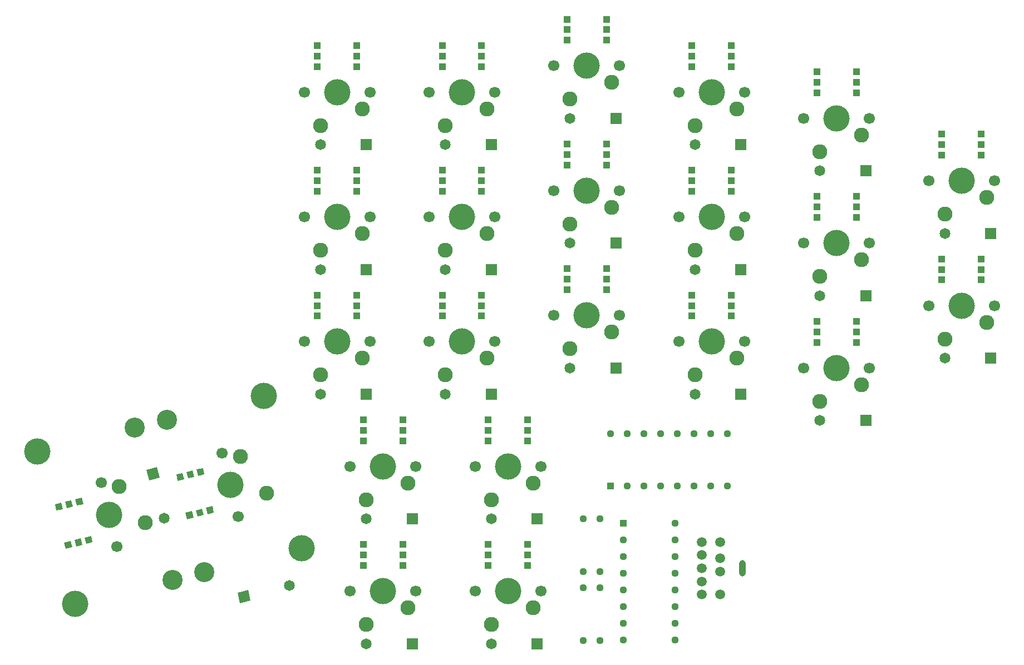
<source format=gbr>
%TF.GenerationSoftware,KiCad,Pcbnew,(5.1.10)-1*%
%TF.CreationDate,2021-06-29T07:08:46-05:00*%
%TF.ProjectId,RightHand,4d696e69-2e6b-4696-9361-645f70636258,rev?*%
%TF.SameCoordinates,Original*%
%TF.FileFunction,Soldermask,Bot*%
%TF.FilePolarity,Negative*%
%FSLAX46Y46*%
G04 Gerber Fmt 4.6, Leading zero omitted, Abs format (unit mm)*
G04 Created by KiCad (PCBNEW (5.1.10)-1) date 2021-06-29 07:08:46*
%MOMM*%
%LPD*%
G01*
G04 APERTURE LIST*
%ADD10C,3.050000*%
%ADD11C,4.000000*%
%ADD12C,1.700000*%
%ADD13C,2.286000*%
%ADD14C,1.651000*%
%ADD15C,0.100000*%
%ADD16R,1.651000X1.651000*%
%ADD17R,1.000000X1.000000*%
%ADD18C,1.130000*%
%ADD19C,1.500000*%
%ADD20O,1.000000X2.500000*%
%ADD21R,1.130000X1.130000*%
G04 APERTURE END LIST*
D10*
%TO.C,KT2_2*%
X74936629Y-87772009D03*
X69240450Y-64581322D03*
D11*
X60136543Y-91407259D03*
X54440364Y-68216572D03*
X65290600Y-77846400D03*
D12*
X66483267Y-82702071D03*
X64097933Y-72990729D03*
D13*
X66848469Y-73540503D03*
X70829837Y-79101331D03*
D14*
X73665549Y-78404813D03*
D15*
G36*
X72994396Y-72211635D02*
G01*
X71391053Y-72605454D01*
X70997234Y-71002111D01*
X72600577Y-70608292D01*
X72994396Y-72211635D01*
G37*
G36*
X59715981Y-82819690D02*
G01*
X58744847Y-83058224D01*
X58506313Y-82087090D01*
X59477447Y-81848556D01*
X59715981Y-82819690D01*
G37*
G36*
X61269796Y-82438037D02*
G01*
X60298662Y-82676571D01*
X60060128Y-81705437D01*
X61031262Y-81466903D01*
X61269796Y-82438037D01*
G37*
G36*
X62823611Y-82056383D02*
G01*
X61852477Y-82294917D01*
X61613943Y-81323783D01*
X62585077Y-81085249D01*
X62823611Y-82056383D01*
G37*
G36*
X58284780Y-76992885D02*
G01*
X57313646Y-77231419D01*
X57075112Y-76260285D01*
X58046246Y-76021751D01*
X58284780Y-76992885D01*
G37*
G36*
X59838595Y-76611231D02*
G01*
X58867461Y-76849765D01*
X58628927Y-75878631D01*
X59600061Y-75640097D01*
X59838595Y-76611231D01*
G37*
G36*
X61392410Y-76229578D02*
G01*
X60421276Y-76468112D01*
X60182742Y-75496978D01*
X61153876Y-75258444D01*
X61392410Y-76229578D01*
G37*
%TD*%
D11*
%TO.C,KT2_1*%
X88896257Y-59753541D03*
X94592436Y-82944228D03*
D10*
X79792350Y-86579478D03*
X74096171Y-63388791D03*
D11*
X83742200Y-73314400D03*
D12*
X84934867Y-78170071D03*
X82549533Y-68458729D03*
D13*
X85300069Y-69008503D03*
X89281437Y-74569331D03*
D14*
X92730631Y-88611933D03*
D15*
G36*
X86853581Y-90905512D02*
G01*
X85250238Y-91299331D01*
X84856419Y-89695988D01*
X86459762Y-89302169D01*
X86853581Y-90905512D01*
G37*
G36*
X79844010Y-71697578D02*
G01*
X78872876Y-71936112D01*
X78634342Y-70964978D01*
X79605476Y-70726444D01*
X79844010Y-71697578D01*
G37*
G36*
X78290195Y-72079231D02*
G01*
X77319061Y-72317765D01*
X77080527Y-71346631D01*
X78051661Y-71108097D01*
X78290195Y-72079231D01*
G37*
G36*
X76736380Y-72460885D02*
G01*
X75765246Y-72699419D01*
X75526712Y-71728285D01*
X76497846Y-71489751D01*
X76736380Y-72460885D01*
G37*
G36*
X81275211Y-77524383D02*
G01*
X80304077Y-77762917D01*
X80065543Y-76791783D01*
X81036677Y-76553249D01*
X81275211Y-77524383D01*
G37*
G36*
X79721396Y-77906037D02*
G01*
X78750262Y-78144571D01*
X78511728Y-77173437D01*
X79482862Y-76934903D01*
X79721396Y-77906037D01*
G37*
G36*
X78167581Y-78287690D02*
G01*
X77196447Y-78526224D01*
X76957913Y-77555090D01*
X77929047Y-77316556D01*
X78167581Y-78287690D01*
G37*
%TD*%
D11*
%TO.C,KBACK1*%
X195000000Y-27000000D03*
D12*
X190000000Y-27000000D03*
X200000000Y-27000000D03*
D13*
X198810000Y-29540000D03*
X192460000Y-32080000D03*
D14*
X192460000Y-35000000D03*
D16*
X199460000Y-35000000D03*
D17*
X192000000Y-19900000D03*
X192000000Y-21500000D03*
X192000000Y-23100000D03*
X198000000Y-19900000D03*
X198000000Y-21500000D03*
X198000000Y-23100000D03*
%TD*%
D11*
%TO.C,KCOMMA1*%
X138000000Y-47500000D03*
D12*
X133000000Y-47500000D03*
X143000000Y-47500000D03*
D13*
X141810000Y-50040000D03*
X135460000Y-52580000D03*
D14*
X135460000Y-55500000D03*
D16*
X142460000Y-55500000D03*
D17*
X135000000Y-40400000D03*
X135000000Y-42000000D03*
X135000000Y-43600000D03*
X141000000Y-40400000D03*
X141000000Y-42000000D03*
X141000000Y-43600000D03*
%TD*%
D11*
%TO.C,KENTER1*%
X195000000Y-46000000D03*
D12*
X190000000Y-46000000D03*
X200000000Y-46000000D03*
D13*
X198810000Y-48540000D03*
X192460000Y-51080000D03*
D14*
X192460000Y-54000000D03*
D16*
X199460000Y-54000000D03*
D17*
X198000000Y-42100000D03*
X198000000Y-40500000D03*
X198000000Y-38900000D03*
X192000000Y-42100000D03*
X192000000Y-40500000D03*
X192000000Y-38900000D03*
%TD*%
D11*
%TO.C,KFSLASH1*%
X176000000Y-55500000D03*
D12*
X171000000Y-55500000D03*
X181000000Y-55500000D03*
D13*
X179810000Y-58040000D03*
X173460000Y-60580000D03*
D14*
X173460000Y-63500000D03*
D16*
X180460000Y-63500000D03*
D17*
X173000000Y-48400000D03*
X173000000Y-50000000D03*
X173000000Y-51600000D03*
X179000000Y-48400000D03*
X179000000Y-50000000D03*
X179000000Y-51600000D03*
%TD*%
D11*
%TO.C,KH1*%
X100000000Y-32500000D03*
D12*
X95000000Y-32500000D03*
X105000000Y-32500000D03*
D13*
X103810000Y-35040000D03*
X97460000Y-37580000D03*
D14*
X97460000Y-40500000D03*
D16*
X104460000Y-40500000D03*
D17*
X103000000Y-28600000D03*
X103000000Y-27000000D03*
X103000000Y-25400000D03*
X97000000Y-28600000D03*
X97000000Y-27000000D03*
X97000000Y-25400000D03*
%TD*%
D11*
%TO.C,KI1*%
X138000000Y-9500000D03*
D12*
X133000000Y-9500000D03*
X143000000Y-9500000D03*
D13*
X141810000Y-12040000D03*
X135460000Y-14580000D03*
D14*
X135460000Y-17500000D03*
D16*
X142460000Y-17500000D03*
D17*
X135000000Y-2400000D03*
X135000000Y-4000000D03*
X135000000Y-5600000D03*
X141000000Y-2400000D03*
X141000000Y-4000000D03*
X141000000Y-5600000D03*
%TD*%
D11*
%TO.C,KJ1*%
X119000000Y-32500000D03*
D12*
X114000000Y-32500000D03*
X124000000Y-32500000D03*
D13*
X122810000Y-35040000D03*
X116460000Y-37580000D03*
D14*
X116460000Y-40500000D03*
D16*
X123460000Y-40500000D03*
D17*
X122000000Y-28600000D03*
X122000000Y-27000000D03*
X122000000Y-25400000D03*
X116000000Y-28600000D03*
X116000000Y-27000000D03*
X116000000Y-25400000D03*
%TD*%
D11*
%TO.C,KK1*%
X138000000Y-28500000D03*
D12*
X133000000Y-28500000D03*
X143000000Y-28500000D03*
D13*
X141810000Y-31040000D03*
X135460000Y-33580000D03*
D14*
X135460000Y-36500000D03*
D16*
X142460000Y-36500000D03*
D17*
X141000000Y-24600000D03*
X141000000Y-23000000D03*
X141000000Y-21400000D03*
X135000000Y-24600000D03*
X135000000Y-23000000D03*
X135000000Y-21400000D03*
%TD*%
D11*
%TO.C,KL1*%
X157000000Y-32500000D03*
D12*
X152000000Y-32500000D03*
X162000000Y-32500000D03*
D13*
X160810000Y-35040000D03*
X154460000Y-37580000D03*
D14*
X154460000Y-40500000D03*
D16*
X161460000Y-40500000D03*
D17*
X160000000Y-28600000D03*
X160000000Y-27000000D03*
X160000000Y-25400000D03*
X154000000Y-28600000D03*
X154000000Y-27000000D03*
X154000000Y-25400000D03*
%TD*%
D11*
%TO.C,KM1*%
X119000000Y-51500000D03*
D12*
X114000000Y-51500000D03*
X124000000Y-51500000D03*
D13*
X122810000Y-54040000D03*
X116460000Y-56580000D03*
D14*
X116460000Y-59500000D03*
D16*
X123460000Y-59500000D03*
D17*
X116000000Y-44400000D03*
X116000000Y-46000000D03*
X116000000Y-47600000D03*
X122000000Y-44400000D03*
X122000000Y-46000000D03*
X122000000Y-47600000D03*
%TD*%
D11*
%TO.C,KN1*%
X100000000Y-51500000D03*
D12*
X95000000Y-51500000D03*
X105000000Y-51500000D03*
D13*
X103810000Y-54040000D03*
X97460000Y-56580000D03*
D14*
X97460000Y-59500000D03*
D16*
X104460000Y-59500000D03*
D17*
X97000000Y-44400000D03*
X97000000Y-46000000D03*
X97000000Y-47600000D03*
X103000000Y-44400000D03*
X103000000Y-46000000D03*
X103000000Y-47600000D03*
%TD*%
D11*
%TO.C,KO1*%
X157000000Y-13500000D03*
D12*
X152000000Y-13500000D03*
X162000000Y-13500000D03*
D13*
X160810000Y-16040000D03*
X154460000Y-18580000D03*
D14*
X154460000Y-21500000D03*
D16*
X161460000Y-21500000D03*
D17*
X154000000Y-6400000D03*
X154000000Y-8000000D03*
X154000000Y-9600000D03*
X160000000Y-6400000D03*
X160000000Y-8000000D03*
X160000000Y-9600000D03*
%TD*%
D11*
%TO.C,KP1*%
X176000000Y-17500000D03*
D12*
X171000000Y-17500000D03*
X181000000Y-17500000D03*
D13*
X179810000Y-20040000D03*
X173460000Y-22580000D03*
D14*
X173460000Y-25500000D03*
D16*
X180460000Y-25500000D03*
D17*
X173000000Y-10400000D03*
X173000000Y-12000000D03*
X173000000Y-13600000D03*
X179000000Y-10400000D03*
X179000000Y-12000000D03*
X179000000Y-13600000D03*
%TD*%
D11*
%TO.C,KPERIOD1*%
X157000000Y-51500000D03*
D12*
X152000000Y-51500000D03*
X162000000Y-51500000D03*
D13*
X160810000Y-54040000D03*
X154460000Y-56580000D03*
D14*
X154460000Y-59500000D03*
D16*
X161460000Y-59500000D03*
D17*
X154000000Y-44400000D03*
X154000000Y-46000000D03*
X154000000Y-47600000D03*
X160000000Y-44400000D03*
X160000000Y-46000000D03*
X160000000Y-47600000D03*
%TD*%
D11*
%TO.C,KCOLON1*%
X176000000Y-36500000D03*
D12*
X171000000Y-36500000D03*
X181000000Y-36500000D03*
D13*
X179810000Y-39040000D03*
X173460000Y-41580000D03*
D14*
X173460000Y-44500000D03*
D16*
X180460000Y-44500000D03*
D17*
X179000000Y-32600000D03*
X179000000Y-31000000D03*
X179000000Y-29400000D03*
X173000000Y-32600000D03*
X173000000Y-31000000D03*
X173000000Y-29400000D03*
%TD*%
D11*
%TO.C,KTG_A1*%
X107000000Y-70500000D03*
D12*
X102000000Y-70500000D03*
X112000000Y-70500000D03*
D13*
X110810000Y-73040000D03*
X104460000Y-75580000D03*
D14*
X104460000Y-78500000D03*
D16*
X111460000Y-78500000D03*
D17*
X110000000Y-66600000D03*
X110000000Y-65000000D03*
X110000000Y-63400000D03*
X104000000Y-66600000D03*
X104000000Y-65000000D03*
X104000000Y-63400000D03*
%TD*%
D11*
%TO.C,KTG_B1*%
X126000000Y-70500000D03*
D12*
X121000000Y-70500000D03*
X131000000Y-70500000D03*
D13*
X129810000Y-73040000D03*
X123460000Y-75580000D03*
D14*
X123460000Y-78500000D03*
D16*
X130460000Y-78500000D03*
D17*
X129000000Y-66600000D03*
X129000000Y-65000000D03*
X129000000Y-63400000D03*
X123000000Y-66600000D03*
X123000000Y-65000000D03*
X123000000Y-63400000D03*
%TD*%
D11*
%TO.C,KTG_C1*%
X107000000Y-89500000D03*
D12*
X102000000Y-89500000D03*
X112000000Y-89500000D03*
D13*
X110810000Y-92040000D03*
X104460000Y-94580000D03*
D14*
X104460000Y-97500000D03*
D16*
X111460000Y-97500000D03*
D17*
X104000000Y-82400000D03*
X104000000Y-84000000D03*
X104000000Y-85600000D03*
X110000000Y-82400000D03*
X110000000Y-84000000D03*
X110000000Y-85600000D03*
%TD*%
D11*
%TO.C,KTG_D1*%
X126000000Y-89500000D03*
D12*
X121000000Y-89500000D03*
X131000000Y-89500000D03*
D13*
X129810000Y-92040000D03*
X123460000Y-94580000D03*
D14*
X123460000Y-97500000D03*
D16*
X130460000Y-97500000D03*
D17*
X123000000Y-82400000D03*
X123000000Y-84000000D03*
X123000000Y-85600000D03*
X129000000Y-82400000D03*
X129000000Y-84000000D03*
X129000000Y-85600000D03*
%TD*%
D11*
%TO.C,KU1*%
X119000000Y-13500000D03*
D12*
X114000000Y-13500000D03*
X124000000Y-13500000D03*
D13*
X122810000Y-16040000D03*
X116460000Y-18580000D03*
D14*
X116460000Y-21500000D03*
D16*
X123460000Y-21500000D03*
D17*
X116000000Y-6400000D03*
X116000000Y-8000000D03*
X116000000Y-9600000D03*
X122000000Y-6400000D03*
X122000000Y-8000000D03*
X122000000Y-9600000D03*
%TD*%
D11*
%TO.C,KY1*%
X100000000Y-13500000D03*
D12*
X95000000Y-13500000D03*
X105000000Y-13500000D03*
D13*
X103810000Y-16040000D03*
X97460000Y-18580000D03*
D14*
X97460000Y-21500000D03*
D16*
X104460000Y-21500000D03*
D17*
X97000000Y-6400000D03*
X97000000Y-8000000D03*
X97000000Y-9600000D03*
X103000000Y-6400000D03*
X103000000Y-8000000D03*
X103000000Y-9600000D03*
%TD*%
D18*
%TO.C,R0*%
X137500000Y-89000000D03*
X137500000Y-97000000D03*
%TD*%
%TO.C,R1*%
X140000000Y-97000000D03*
X140000000Y-89000000D03*
%TD*%
%TO.C,R2*%
X140000000Y-78500000D03*
X140000000Y-86500000D03*
%TD*%
%TO.C,R3*%
X137500000Y-78500000D03*
X137500000Y-86500000D03*
%TD*%
D19*
%TO.C,UD9*%
X155500000Y-82000000D03*
X155500000Y-84000000D03*
X155500000Y-86000000D03*
X155500000Y-88000000D03*
X155500000Y-90000000D03*
X158300000Y-90000000D03*
X158300000Y-82000000D03*
X158300000Y-84500000D03*
X158300000Y-86500000D03*
D20*
X161650000Y-86000000D03*
%TD*%
D18*
%TO.C,UDEMUX1*%
X141610000Y-65530000D03*
X144150000Y-65530000D03*
X146690000Y-65530000D03*
X149230000Y-65530000D03*
X151770000Y-65530000D03*
X154310000Y-65530000D03*
X156850000Y-65530000D03*
X159390000Y-65530000D03*
X159390000Y-73470000D03*
X156850000Y-73470000D03*
X154310000Y-73470000D03*
X151770000Y-73470000D03*
X149230000Y-73470000D03*
X146690000Y-73470000D03*
X144150000Y-73470000D03*
D21*
X141610000Y-73470000D03*
%TD*%
D18*
%TO.C,UREG1*%
X151470000Y-79110000D03*
X151470000Y-81650000D03*
X151470000Y-84190000D03*
X151470000Y-86730000D03*
X151470000Y-89270000D03*
X151470000Y-91810000D03*
X151470000Y-94350000D03*
X151470000Y-96890000D03*
X143530000Y-96890000D03*
X143530000Y-94350000D03*
X143530000Y-91810000D03*
X143530000Y-89270000D03*
X143530000Y-86730000D03*
X143530000Y-84190000D03*
X143530000Y-81650000D03*
D21*
X143530000Y-79110000D03*
%TD*%
M02*

</source>
